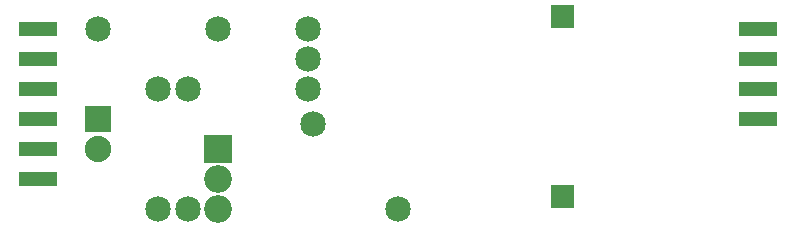
<source format=gbs>
G04 MADE WITH FRITZING*
G04 WWW.FRITZING.ORG*
G04 DOUBLE SIDED*
G04 HOLES PLATED*
G04 CONTOUR ON CENTER OF CONTOUR VECTOR*
%ASAXBY*%
%FSLAX23Y23*%
%MOIN*%
%OFA0B0*%
%SFA1.0B1.0*%
%ADD10C,0.075000*%
%ADD11C,0.085000*%
%ADD12C,0.088000*%
%ADD13C,0.092000*%
%ADD14R,0.088000X0.088000*%
%ADD15R,0.092000X0.092000*%
%ADD16R,0.128110X0.049370*%
%ADD17R,0.001000X0.001000*%
%LNMASK0*%
G90*
G70*
G54D10*
X1888Y809D03*
X1888Y209D03*
G54D11*
X1039Y569D03*
X1039Y669D03*
X1039Y769D03*
X339Y769D03*
X739Y769D03*
G54D12*
X339Y469D03*
X339Y369D03*
G54D13*
X739Y369D03*
X739Y269D03*
X739Y169D03*
G54D11*
X639Y569D03*
X639Y169D03*
X539Y169D03*
X539Y569D03*
X1339Y169D03*
X1056Y452D03*
G54D14*
X339Y469D03*
G54D15*
X739Y369D03*
G54D16*
X139Y569D03*
X139Y669D03*
X139Y769D03*
X139Y469D03*
X139Y369D03*
X139Y269D03*
X2539Y469D03*
X2539Y569D03*
X2539Y669D03*
X2539Y769D03*
G54D17*
X1850Y847D02*
X1924Y847D01*
X1850Y846D02*
X1924Y846D01*
X1850Y845D02*
X1924Y845D01*
X1850Y844D02*
X1924Y844D01*
X1850Y843D02*
X1924Y843D01*
X1850Y842D02*
X1924Y842D01*
X1850Y841D02*
X1924Y841D01*
X1850Y840D02*
X1924Y840D01*
X1850Y839D02*
X1924Y839D01*
X1850Y838D02*
X1924Y838D01*
X1850Y837D02*
X1924Y837D01*
X1850Y836D02*
X1924Y836D01*
X1850Y835D02*
X1924Y835D01*
X1850Y834D02*
X1924Y834D01*
X1850Y833D02*
X1924Y833D01*
X1850Y832D02*
X1924Y832D01*
X1850Y831D02*
X1924Y831D01*
X1850Y830D02*
X1924Y830D01*
X1850Y829D02*
X1924Y829D01*
X1850Y828D02*
X1924Y828D01*
X1850Y827D02*
X1885Y827D01*
X1889Y827D02*
X1924Y827D01*
X1850Y826D02*
X1880Y826D01*
X1894Y826D02*
X1924Y826D01*
X1850Y825D02*
X1878Y825D01*
X1896Y825D02*
X1924Y825D01*
X1850Y824D02*
X1877Y824D01*
X1898Y824D02*
X1924Y824D01*
X1850Y823D02*
X1875Y823D01*
X1899Y823D02*
X1924Y823D01*
X1850Y822D02*
X1874Y822D01*
X1900Y822D02*
X1924Y822D01*
X1850Y821D02*
X1873Y821D01*
X1901Y821D02*
X1924Y821D01*
X1850Y820D02*
X1873Y820D01*
X1902Y820D02*
X1924Y820D01*
X1850Y819D02*
X1872Y819D01*
X1902Y819D02*
X1924Y819D01*
X1850Y818D02*
X1871Y818D01*
X1903Y818D02*
X1924Y818D01*
X1850Y817D02*
X1871Y817D01*
X1904Y817D02*
X1924Y817D01*
X1850Y816D02*
X1870Y816D01*
X1904Y816D02*
X1924Y816D01*
X1850Y815D02*
X1870Y815D01*
X1904Y815D02*
X1924Y815D01*
X1850Y814D02*
X1870Y814D01*
X1905Y814D02*
X1924Y814D01*
X1850Y813D02*
X1869Y813D01*
X1905Y813D02*
X1924Y813D01*
X1850Y812D02*
X1869Y812D01*
X1905Y812D02*
X1924Y812D01*
X1850Y811D02*
X1869Y811D01*
X1905Y811D02*
X1924Y811D01*
X1850Y810D02*
X1869Y810D01*
X1905Y810D02*
X1924Y810D01*
X1850Y809D02*
X1869Y809D01*
X1905Y809D02*
X1924Y809D01*
X1850Y808D02*
X1869Y808D01*
X1905Y808D02*
X1924Y808D01*
X1850Y807D02*
X1869Y807D01*
X1905Y807D02*
X1924Y807D01*
X1850Y806D02*
X1869Y806D01*
X1905Y806D02*
X1924Y806D01*
X1850Y805D02*
X1870Y805D01*
X1904Y805D02*
X1924Y805D01*
X1850Y804D02*
X1870Y804D01*
X1904Y804D02*
X1924Y804D01*
X1850Y803D02*
X1870Y803D01*
X1904Y803D02*
X1924Y803D01*
X1850Y802D02*
X1871Y802D01*
X1903Y802D02*
X1924Y802D01*
X1850Y801D02*
X1871Y801D01*
X1903Y801D02*
X1924Y801D01*
X1850Y800D02*
X1872Y800D01*
X1902Y800D02*
X1924Y800D01*
X1850Y799D02*
X1873Y799D01*
X1901Y799D02*
X1924Y799D01*
X1850Y798D02*
X1874Y798D01*
X1901Y798D02*
X1924Y798D01*
X1850Y797D02*
X1875Y797D01*
X1900Y797D02*
X1924Y797D01*
X1850Y796D02*
X1876Y796D01*
X1898Y796D02*
X1924Y796D01*
X1850Y795D02*
X1877Y795D01*
X1897Y795D02*
X1924Y795D01*
X1850Y794D02*
X1879Y794D01*
X1895Y794D02*
X1924Y794D01*
X1850Y793D02*
X1881Y793D01*
X1893Y793D02*
X1924Y793D01*
X1850Y792D02*
X1924Y792D01*
X1850Y791D02*
X1924Y791D01*
X1850Y790D02*
X1924Y790D01*
X1850Y789D02*
X1924Y789D01*
X1850Y788D02*
X1924Y788D01*
X1850Y787D02*
X1924Y787D01*
X1850Y786D02*
X1924Y786D01*
X1850Y785D02*
X1924Y785D01*
X1850Y784D02*
X1924Y784D01*
X1850Y783D02*
X1924Y783D01*
X1850Y782D02*
X1924Y782D01*
X1850Y781D02*
X1924Y781D01*
X1850Y780D02*
X1924Y780D01*
X1850Y779D02*
X1924Y779D01*
X1850Y778D02*
X1924Y778D01*
X1850Y777D02*
X1924Y777D01*
X1850Y776D02*
X1924Y776D01*
X1850Y775D02*
X1924Y775D01*
X1850Y774D02*
X1924Y774D01*
X1850Y773D02*
X1924Y773D01*
X1850Y247D02*
X1924Y247D01*
X1850Y246D02*
X1924Y246D01*
X1850Y245D02*
X1924Y245D01*
X1850Y244D02*
X1924Y244D01*
X1850Y243D02*
X1924Y243D01*
X1850Y242D02*
X1924Y242D01*
X1850Y241D02*
X1924Y241D01*
X1850Y240D02*
X1924Y240D01*
X1850Y239D02*
X1924Y239D01*
X1850Y238D02*
X1924Y238D01*
X1850Y237D02*
X1924Y237D01*
X1850Y236D02*
X1924Y236D01*
X1850Y235D02*
X1924Y235D01*
X1850Y234D02*
X1924Y234D01*
X1850Y233D02*
X1924Y233D01*
X1850Y232D02*
X1924Y232D01*
X1850Y231D02*
X1924Y231D01*
X1850Y230D02*
X1924Y230D01*
X1850Y229D02*
X1924Y229D01*
X1850Y228D02*
X1924Y228D01*
X1850Y227D02*
X1882Y227D01*
X1893Y227D02*
X1924Y227D01*
X1850Y226D02*
X1879Y226D01*
X1895Y226D02*
X1924Y226D01*
X1850Y225D02*
X1877Y225D01*
X1897Y225D02*
X1924Y225D01*
X1850Y224D02*
X1876Y224D01*
X1898Y224D02*
X1924Y224D01*
X1850Y223D02*
X1875Y223D01*
X1900Y223D02*
X1924Y223D01*
X1850Y222D02*
X1874Y222D01*
X1901Y222D02*
X1924Y222D01*
X1850Y221D02*
X1873Y221D01*
X1901Y221D02*
X1924Y221D01*
X1850Y220D02*
X1872Y220D01*
X1902Y220D02*
X1924Y220D01*
X1850Y219D02*
X1871Y219D01*
X1903Y219D02*
X1924Y219D01*
X1850Y218D02*
X1871Y218D01*
X1903Y218D02*
X1924Y218D01*
X1850Y217D02*
X1870Y217D01*
X1904Y217D02*
X1924Y217D01*
X1850Y216D02*
X1870Y216D01*
X1904Y216D02*
X1924Y216D01*
X1850Y215D02*
X1870Y215D01*
X1904Y215D02*
X1924Y215D01*
X1850Y214D02*
X1869Y214D01*
X1905Y214D02*
X1924Y214D01*
X1850Y213D02*
X1869Y213D01*
X1905Y213D02*
X1924Y213D01*
X1850Y212D02*
X1869Y212D01*
X1905Y212D02*
X1924Y212D01*
X1850Y211D02*
X1869Y211D01*
X1905Y211D02*
X1924Y211D01*
X1850Y210D02*
X1869Y210D01*
X1905Y210D02*
X1924Y210D01*
X1850Y209D02*
X1869Y209D01*
X1905Y209D02*
X1924Y209D01*
X1850Y208D02*
X1869Y208D01*
X1905Y208D02*
X1924Y208D01*
X1850Y207D02*
X1869Y207D01*
X1905Y207D02*
X1924Y207D01*
X1850Y206D02*
X1870Y206D01*
X1905Y206D02*
X1924Y206D01*
X1850Y205D02*
X1870Y205D01*
X1904Y205D02*
X1924Y205D01*
X1850Y204D02*
X1870Y204D01*
X1904Y204D02*
X1924Y204D01*
X1850Y203D02*
X1871Y203D01*
X1904Y203D02*
X1924Y203D01*
X1850Y202D02*
X1871Y202D01*
X1903Y202D02*
X1924Y202D01*
X1850Y201D02*
X1872Y201D01*
X1902Y201D02*
X1924Y201D01*
X1850Y200D02*
X1872Y200D01*
X1902Y200D02*
X1924Y200D01*
X1850Y199D02*
X1873Y199D01*
X1901Y199D02*
X1924Y199D01*
X1850Y198D02*
X1874Y198D01*
X1900Y198D02*
X1924Y198D01*
X1850Y197D02*
X1875Y197D01*
X1899Y197D02*
X1924Y197D01*
X1850Y196D02*
X1877Y196D01*
X1898Y196D02*
X1924Y196D01*
X1850Y195D02*
X1878Y195D01*
X1896Y195D02*
X1924Y195D01*
X1850Y194D02*
X1880Y194D01*
X1894Y194D02*
X1924Y194D01*
X1850Y193D02*
X1884Y193D01*
X1890Y193D02*
X1924Y193D01*
X1850Y192D02*
X1924Y192D01*
X1850Y191D02*
X1924Y191D01*
X1850Y190D02*
X1924Y190D01*
X1850Y189D02*
X1924Y189D01*
X1850Y188D02*
X1924Y188D01*
X1850Y187D02*
X1924Y187D01*
X1850Y186D02*
X1924Y186D01*
X1850Y185D02*
X1924Y185D01*
X1850Y184D02*
X1924Y184D01*
X1850Y183D02*
X1924Y183D01*
X1850Y182D02*
X1924Y182D01*
X1850Y181D02*
X1924Y181D01*
X1850Y180D02*
X1924Y180D01*
X1850Y179D02*
X1924Y179D01*
X1850Y178D02*
X1924Y178D01*
X1850Y177D02*
X1924Y177D01*
X1850Y176D02*
X1924Y176D01*
X1850Y175D02*
X1924Y175D01*
X1850Y174D02*
X1924Y174D01*
X1850Y173D02*
X1924Y173D01*
D02*
G04 End of Mask0*
M02*
</source>
